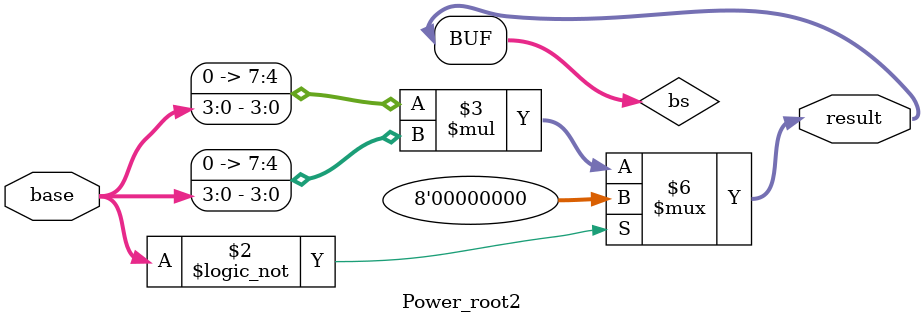
<source format=v>
`timescale 1ns / 1ps
module Power_root2(
    input [3:0] base,
    output [7:0] result
    );


	reg [7:0] bs = 8'b00000000;
	always@(base)begin
		bs = base; 
		if (base == 0)begin 
				bs = 8'b00000000; 	
			end
		else
			bs = bs * bs;
		
	end
	
	assign result = bs;

endmodule

</source>
